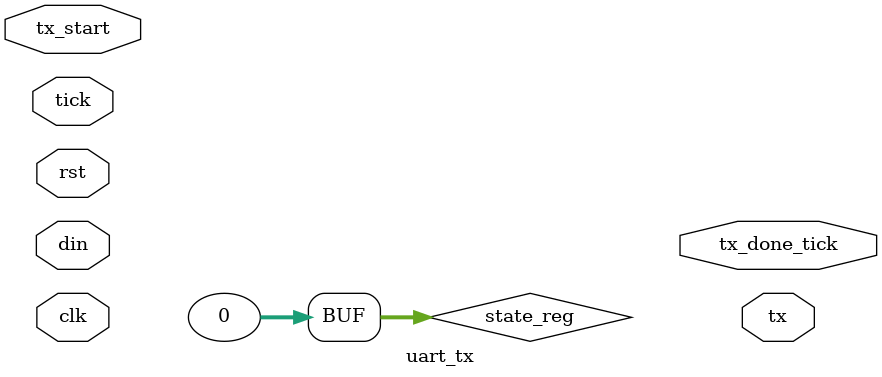
<source format=sv>
module uart_tx
    (
        input logic clk, rst,
        input logic tx_start,      // pulse one tick when transmission should begin
        input logic tick,          // baud rate oversampled tick
        input logic [7:0] din,     // data to send (user must keep data valid
                                   // at least until tx_done_tick is asserted)
        output logic tx_done_tick, // pulse one tick when done
        output logic tx            // serial data
    );

    typedef enum {idle, start, data, stop} state_t;
    state_t state_reg = idle;
    state_t state_next;

    // TODO
endmodule

</source>
